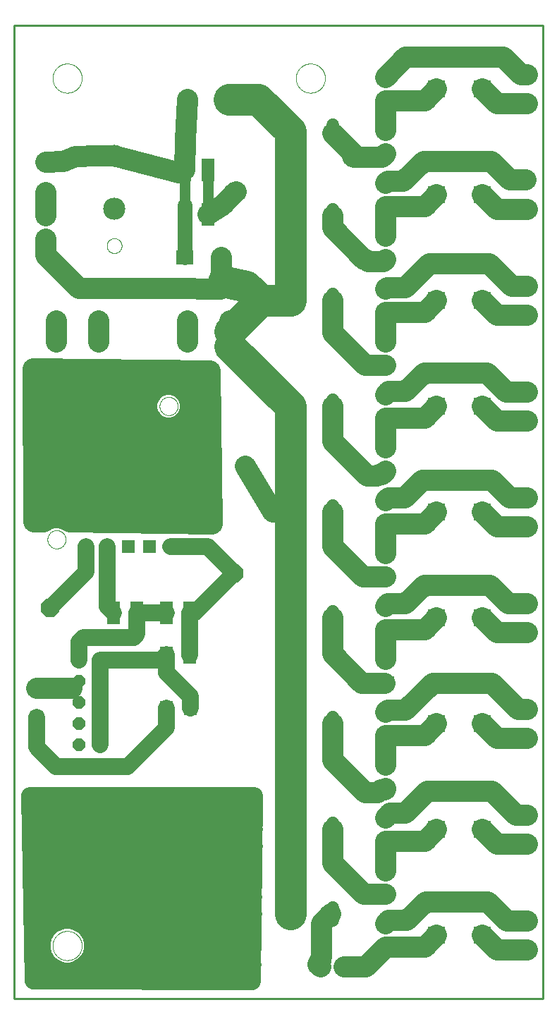
<source format=gtl>
G75*
%MOIN*%
%OFA0B0*%
%FSLAX25Y25*%
%IPPOS*%
%LPD*%
%AMOC8*
5,1,8,0,0,1.08239X$1,22.5*
%
%ADD10C,0.00000*%
%ADD11C,0.01000*%
%ADD12R,0.08200X0.07000*%
%ADD13R,0.06299X0.10630*%
%ADD14C,0.07600*%
%ADD15R,0.07600X0.07600*%
%ADD16R,0.05906X0.05906*%
%ADD17R,0.07098X0.06299*%
%ADD18OC8,0.08500*%
%ADD19C,0.06000*%
%ADD20R,0.08268X0.08268*%
%ADD21OC8,0.06000*%
%ADD22R,0.06299X0.07098*%
%ADD23C,0.05937*%
%ADD24R,0.05937X0.05937*%
%ADD25R,0.07874X0.06299*%
%ADD26R,0.06299X0.07874*%
%ADD27C,0.10000*%
%ADD28C,0.10500*%
%ADD29C,0.02000*%
%ADD30C,0.08000*%
%ADD31C,0.05000*%
%ADD32OC8,0.05906*%
%ADD33C,0.07000*%
%ADD34C,0.07500*%
%ADD35C,0.15000*%
D10*
X0019610Y0028269D02*
X0019612Y0028438D01*
X0019618Y0028607D01*
X0019629Y0028776D01*
X0019643Y0028944D01*
X0019662Y0029112D01*
X0019685Y0029280D01*
X0019711Y0029447D01*
X0019742Y0029613D01*
X0019777Y0029779D01*
X0019816Y0029943D01*
X0019860Y0030107D01*
X0019907Y0030269D01*
X0019958Y0030430D01*
X0020013Y0030590D01*
X0020072Y0030749D01*
X0020134Y0030906D01*
X0020201Y0031061D01*
X0020272Y0031215D01*
X0020346Y0031367D01*
X0020424Y0031517D01*
X0020505Y0031665D01*
X0020590Y0031811D01*
X0020679Y0031955D01*
X0020771Y0032097D01*
X0020867Y0032236D01*
X0020966Y0032373D01*
X0021068Y0032508D01*
X0021174Y0032640D01*
X0021283Y0032769D01*
X0021395Y0032896D01*
X0021510Y0033020D01*
X0021628Y0033141D01*
X0021749Y0033259D01*
X0021873Y0033374D01*
X0022000Y0033486D01*
X0022129Y0033595D01*
X0022261Y0033701D01*
X0022396Y0033803D01*
X0022533Y0033902D01*
X0022672Y0033998D01*
X0022814Y0034090D01*
X0022958Y0034179D01*
X0023104Y0034264D01*
X0023252Y0034345D01*
X0023402Y0034423D01*
X0023554Y0034497D01*
X0023708Y0034568D01*
X0023863Y0034635D01*
X0024020Y0034697D01*
X0024179Y0034756D01*
X0024339Y0034811D01*
X0024500Y0034862D01*
X0024662Y0034909D01*
X0024826Y0034953D01*
X0024990Y0034992D01*
X0025156Y0035027D01*
X0025322Y0035058D01*
X0025489Y0035084D01*
X0025657Y0035107D01*
X0025825Y0035126D01*
X0025993Y0035140D01*
X0026162Y0035151D01*
X0026331Y0035157D01*
X0026500Y0035159D01*
X0026669Y0035157D01*
X0026838Y0035151D01*
X0027007Y0035140D01*
X0027175Y0035126D01*
X0027343Y0035107D01*
X0027511Y0035084D01*
X0027678Y0035058D01*
X0027844Y0035027D01*
X0028010Y0034992D01*
X0028174Y0034953D01*
X0028338Y0034909D01*
X0028500Y0034862D01*
X0028661Y0034811D01*
X0028821Y0034756D01*
X0028980Y0034697D01*
X0029137Y0034635D01*
X0029292Y0034568D01*
X0029446Y0034497D01*
X0029598Y0034423D01*
X0029748Y0034345D01*
X0029896Y0034264D01*
X0030042Y0034179D01*
X0030186Y0034090D01*
X0030328Y0033998D01*
X0030467Y0033902D01*
X0030604Y0033803D01*
X0030739Y0033701D01*
X0030871Y0033595D01*
X0031000Y0033486D01*
X0031127Y0033374D01*
X0031251Y0033259D01*
X0031372Y0033141D01*
X0031490Y0033020D01*
X0031605Y0032896D01*
X0031717Y0032769D01*
X0031826Y0032640D01*
X0031932Y0032508D01*
X0032034Y0032373D01*
X0032133Y0032236D01*
X0032229Y0032097D01*
X0032321Y0031955D01*
X0032410Y0031811D01*
X0032495Y0031665D01*
X0032576Y0031517D01*
X0032654Y0031367D01*
X0032728Y0031215D01*
X0032799Y0031061D01*
X0032866Y0030906D01*
X0032928Y0030749D01*
X0032987Y0030590D01*
X0033042Y0030430D01*
X0033093Y0030269D01*
X0033140Y0030107D01*
X0033184Y0029943D01*
X0033223Y0029779D01*
X0033258Y0029613D01*
X0033289Y0029447D01*
X0033315Y0029280D01*
X0033338Y0029112D01*
X0033357Y0028944D01*
X0033371Y0028776D01*
X0033382Y0028607D01*
X0033388Y0028438D01*
X0033390Y0028269D01*
X0033388Y0028100D01*
X0033382Y0027931D01*
X0033371Y0027762D01*
X0033357Y0027594D01*
X0033338Y0027426D01*
X0033315Y0027258D01*
X0033289Y0027091D01*
X0033258Y0026925D01*
X0033223Y0026759D01*
X0033184Y0026595D01*
X0033140Y0026431D01*
X0033093Y0026269D01*
X0033042Y0026108D01*
X0032987Y0025948D01*
X0032928Y0025789D01*
X0032866Y0025632D01*
X0032799Y0025477D01*
X0032728Y0025323D01*
X0032654Y0025171D01*
X0032576Y0025021D01*
X0032495Y0024873D01*
X0032410Y0024727D01*
X0032321Y0024583D01*
X0032229Y0024441D01*
X0032133Y0024302D01*
X0032034Y0024165D01*
X0031932Y0024030D01*
X0031826Y0023898D01*
X0031717Y0023769D01*
X0031605Y0023642D01*
X0031490Y0023518D01*
X0031372Y0023397D01*
X0031251Y0023279D01*
X0031127Y0023164D01*
X0031000Y0023052D01*
X0030871Y0022943D01*
X0030739Y0022837D01*
X0030604Y0022735D01*
X0030467Y0022636D01*
X0030328Y0022540D01*
X0030186Y0022448D01*
X0030042Y0022359D01*
X0029896Y0022274D01*
X0029748Y0022193D01*
X0029598Y0022115D01*
X0029446Y0022041D01*
X0029292Y0021970D01*
X0029137Y0021903D01*
X0028980Y0021841D01*
X0028821Y0021782D01*
X0028661Y0021727D01*
X0028500Y0021676D01*
X0028338Y0021629D01*
X0028174Y0021585D01*
X0028010Y0021546D01*
X0027844Y0021511D01*
X0027678Y0021480D01*
X0027511Y0021454D01*
X0027343Y0021431D01*
X0027175Y0021412D01*
X0027007Y0021398D01*
X0026838Y0021387D01*
X0026669Y0021381D01*
X0026500Y0021379D01*
X0026331Y0021381D01*
X0026162Y0021387D01*
X0025993Y0021398D01*
X0025825Y0021412D01*
X0025657Y0021431D01*
X0025489Y0021454D01*
X0025322Y0021480D01*
X0025156Y0021511D01*
X0024990Y0021546D01*
X0024826Y0021585D01*
X0024662Y0021629D01*
X0024500Y0021676D01*
X0024339Y0021727D01*
X0024179Y0021782D01*
X0024020Y0021841D01*
X0023863Y0021903D01*
X0023708Y0021970D01*
X0023554Y0022041D01*
X0023402Y0022115D01*
X0023252Y0022193D01*
X0023104Y0022274D01*
X0022958Y0022359D01*
X0022814Y0022448D01*
X0022672Y0022540D01*
X0022533Y0022636D01*
X0022396Y0022735D01*
X0022261Y0022837D01*
X0022129Y0022943D01*
X0022000Y0023052D01*
X0021873Y0023164D01*
X0021749Y0023279D01*
X0021628Y0023397D01*
X0021510Y0023518D01*
X0021395Y0023642D01*
X0021283Y0023769D01*
X0021174Y0023898D01*
X0021068Y0024030D01*
X0020966Y0024165D01*
X0020867Y0024302D01*
X0020771Y0024441D01*
X0020679Y0024583D01*
X0020590Y0024727D01*
X0020505Y0024873D01*
X0020424Y0025021D01*
X0020346Y0025171D01*
X0020272Y0025323D01*
X0020201Y0025477D01*
X0020134Y0025632D01*
X0020072Y0025789D01*
X0020013Y0025948D01*
X0019958Y0026108D01*
X0019907Y0026269D01*
X0019860Y0026431D01*
X0019816Y0026595D01*
X0019777Y0026759D01*
X0019742Y0026925D01*
X0019711Y0027091D01*
X0019685Y0027258D01*
X0019662Y0027426D01*
X0019643Y0027594D01*
X0019629Y0027762D01*
X0019618Y0027931D01*
X0019612Y0028100D01*
X0019610Y0028269D01*
X0017165Y0220284D02*
X0017167Y0220415D01*
X0017173Y0220545D01*
X0017183Y0220675D01*
X0017197Y0220805D01*
X0017214Y0220934D01*
X0017236Y0221063D01*
X0017262Y0221191D01*
X0017291Y0221318D01*
X0017324Y0221444D01*
X0017362Y0221569D01*
X0017402Y0221693D01*
X0017447Y0221816D01*
X0017495Y0221937D01*
X0017547Y0222057D01*
X0017603Y0222175D01*
X0017662Y0222291D01*
X0017725Y0222406D01*
X0017791Y0222518D01*
X0017860Y0222629D01*
X0017933Y0222737D01*
X0018009Y0222843D01*
X0018089Y0222947D01*
X0018171Y0223048D01*
X0018256Y0223147D01*
X0018345Y0223243D01*
X0018436Y0223336D01*
X0018530Y0223427D01*
X0018627Y0223514D01*
X0018726Y0223599D01*
X0018828Y0223680D01*
X0018932Y0223759D01*
X0019039Y0223834D01*
X0019148Y0223906D01*
X0019259Y0223975D01*
X0019372Y0224040D01*
X0019487Y0224102D01*
X0019604Y0224160D01*
X0019722Y0224215D01*
X0019842Y0224266D01*
X0019964Y0224313D01*
X0020087Y0224357D01*
X0020211Y0224397D01*
X0020336Y0224433D01*
X0020463Y0224466D01*
X0020590Y0224494D01*
X0020718Y0224519D01*
X0020847Y0224539D01*
X0020977Y0224556D01*
X0021106Y0224569D01*
X0021237Y0224578D01*
X0021367Y0224583D01*
X0021498Y0224584D01*
X0021628Y0224581D01*
X0021758Y0224574D01*
X0021889Y0224563D01*
X0022018Y0224548D01*
X0022147Y0224530D01*
X0022276Y0224507D01*
X0022404Y0224480D01*
X0022531Y0224450D01*
X0022657Y0224416D01*
X0022781Y0224378D01*
X0022905Y0224336D01*
X0023027Y0224290D01*
X0023148Y0224241D01*
X0023267Y0224188D01*
X0023385Y0224131D01*
X0023501Y0224071D01*
X0023615Y0224008D01*
X0023727Y0223941D01*
X0023837Y0223871D01*
X0023945Y0223797D01*
X0024050Y0223720D01*
X0024153Y0223640D01*
X0024254Y0223557D01*
X0024352Y0223471D01*
X0024447Y0223382D01*
X0024540Y0223290D01*
X0024630Y0223195D01*
X0024717Y0223098D01*
X0024801Y0222998D01*
X0024881Y0222895D01*
X0024959Y0222790D01*
X0025034Y0222683D01*
X0025105Y0222574D01*
X0025172Y0222462D01*
X0025237Y0222349D01*
X0025298Y0222233D01*
X0025355Y0222116D01*
X0025409Y0221997D01*
X0025459Y0221877D01*
X0025506Y0221755D01*
X0025548Y0221631D01*
X0025587Y0221507D01*
X0025623Y0221381D01*
X0025654Y0221254D01*
X0025682Y0221127D01*
X0025705Y0220999D01*
X0025725Y0220870D01*
X0025741Y0220740D01*
X0025753Y0220610D01*
X0025761Y0220480D01*
X0025765Y0220349D01*
X0025765Y0220219D01*
X0025761Y0220088D01*
X0025753Y0219958D01*
X0025741Y0219828D01*
X0025725Y0219698D01*
X0025705Y0219569D01*
X0025682Y0219441D01*
X0025654Y0219314D01*
X0025623Y0219187D01*
X0025587Y0219061D01*
X0025548Y0218937D01*
X0025506Y0218813D01*
X0025459Y0218691D01*
X0025409Y0218571D01*
X0025355Y0218452D01*
X0025298Y0218335D01*
X0025237Y0218219D01*
X0025172Y0218106D01*
X0025105Y0217994D01*
X0025034Y0217885D01*
X0024959Y0217778D01*
X0024881Y0217673D01*
X0024801Y0217570D01*
X0024717Y0217470D01*
X0024630Y0217373D01*
X0024540Y0217278D01*
X0024447Y0217186D01*
X0024352Y0217097D01*
X0024254Y0217011D01*
X0024153Y0216928D01*
X0024050Y0216848D01*
X0023945Y0216771D01*
X0023837Y0216697D01*
X0023727Y0216627D01*
X0023615Y0216560D01*
X0023501Y0216497D01*
X0023385Y0216437D01*
X0023267Y0216380D01*
X0023148Y0216327D01*
X0023027Y0216278D01*
X0022905Y0216232D01*
X0022781Y0216190D01*
X0022657Y0216152D01*
X0022531Y0216118D01*
X0022404Y0216088D01*
X0022276Y0216061D01*
X0022147Y0216038D01*
X0022018Y0216020D01*
X0021889Y0216005D01*
X0021758Y0215994D01*
X0021628Y0215987D01*
X0021498Y0215984D01*
X0021367Y0215985D01*
X0021237Y0215990D01*
X0021106Y0215999D01*
X0020977Y0216012D01*
X0020847Y0216029D01*
X0020718Y0216049D01*
X0020590Y0216074D01*
X0020463Y0216102D01*
X0020336Y0216135D01*
X0020211Y0216171D01*
X0020087Y0216211D01*
X0019964Y0216255D01*
X0019842Y0216302D01*
X0019722Y0216353D01*
X0019604Y0216408D01*
X0019487Y0216466D01*
X0019372Y0216528D01*
X0019259Y0216593D01*
X0019148Y0216662D01*
X0019039Y0216734D01*
X0018932Y0216809D01*
X0018828Y0216888D01*
X0018726Y0216969D01*
X0018627Y0217054D01*
X0018530Y0217141D01*
X0018436Y0217232D01*
X0018345Y0217325D01*
X0018256Y0217421D01*
X0018171Y0217520D01*
X0018089Y0217621D01*
X0018009Y0217725D01*
X0017933Y0217831D01*
X0017860Y0217939D01*
X0017791Y0218050D01*
X0017725Y0218162D01*
X0017662Y0218277D01*
X0017603Y0218393D01*
X0017547Y0218511D01*
X0017495Y0218631D01*
X0017447Y0218752D01*
X0017402Y0218875D01*
X0017362Y0218999D01*
X0017324Y0219124D01*
X0017291Y0219250D01*
X0017262Y0219377D01*
X0017236Y0219505D01*
X0017214Y0219634D01*
X0017197Y0219763D01*
X0017183Y0219893D01*
X0017173Y0220023D01*
X0017167Y0220153D01*
X0017165Y0220284D01*
X0070165Y0283284D02*
X0070167Y0283415D01*
X0070173Y0283545D01*
X0070183Y0283675D01*
X0070197Y0283805D01*
X0070214Y0283934D01*
X0070236Y0284063D01*
X0070262Y0284191D01*
X0070291Y0284318D01*
X0070324Y0284444D01*
X0070362Y0284569D01*
X0070402Y0284693D01*
X0070447Y0284816D01*
X0070495Y0284937D01*
X0070547Y0285057D01*
X0070603Y0285175D01*
X0070662Y0285291D01*
X0070725Y0285406D01*
X0070791Y0285518D01*
X0070860Y0285629D01*
X0070933Y0285737D01*
X0071009Y0285843D01*
X0071089Y0285947D01*
X0071171Y0286048D01*
X0071256Y0286147D01*
X0071345Y0286243D01*
X0071436Y0286336D01*
X0071530Y0286427D01*
X0071627Y0286514D01*
X0071726Y0286599D01*
X0071828Y0286680D01*
X0071932Y0286759D01*
X0072039Y0286834D01*
X0072148Y0286906D01*
X0072259Y0286975D01*
X0072372Y0287040D01*
X0072487Y0287102D01*
X0072604Y0287160D01*
X0072722Y0287215D01*
X0072842Y0287266D01*
X0072964Y0287313D01*
X0073087Y0287357D01*
X0073211Y0287397D01*
X0073336Y0287433D01*
X0073463Y0287466D01*
X0073590Y0287494D01*
X0073718Y0287519D01*
X0073847Y0287539D01*
X0073977Y0287556D01*
X0074106Y0287569D01*
X0074237Y0287578D01*
X0074367Y0287583D01*
X0074498Y0287584D01*
X0074628Y0287581D01*
X0074758Y0287574D01*
X0074889Y0287563D01*
X0075018Y0287548D01*
X0075147Y0287530D01*
X0075276Y0287507D01*
X0075404Y0287480D01*
X0075531Y0287450D01*
X0075657Y0287416D01*
X0075781Y0287378D01*
X0075905Y0287336D01*
X0076027Y0287290D01*
X0076148Y0287241D01*
X0076267Y0287188D01*
X0076385Y0287131D01*
X0076501Y0287071D01*
X0076615Y0287008D01*
X0076727Y0286941D01*
X0076837Y0286871D01*
X0076945Y0286797D01*
X0077050Y0286720D01*
X0077153Y0286640D01*
X0077254Y0286557D01*
X0077352Y0286471D01*
X0077447Y0286382D01*
X0077540Y0286290D01*
X0077630Y0286195D01*
X0077717Y0286098D01*
X0077801Y0285998D01*
X0077881Y0285895D01*
X0077959Y0285790D01*
X0078034Y0285683D01*
X0078105Y0285574D01*
X0078172Y0285462D01*
X0078237Y0285349D01*
X0078298Y0285233D01*
X0078355Y0285116D01*
X0078409Y0284997D01*
X0078459Y0284877D01*
X0078506Y0284755D01*
X0078548Y0284631D01*
X0078587Y0284507D01*
X0078623Y0284381D01*
X0078654Y0284254D01*
X0078682Y0284127D01*
X0078705Y0283999D01*
X0078725Y0283870D01*
X0078741Y0283740D01*
X0078753Y0283610D01*
X0078761Y0283480D01*
X0078765Y0283349D01*
X0078765Y0283219D01*
X0078761Y0283088D01*
X0078753Y0282958D01*
X0078741Y0282828D01*
X0078725Y0282698D01*
X0078705Y0282569D01*
X0078682Y0282441D01*
X0078654Y0282314D01*
X0078623Y0282187D01*
X0078587Y0282061D01*
X0078548Y0281937D01*
X0078506Y0281813D01*
X0078459Y0281691D01*
X0078409Y0281571D01*
X0078355Y0281452D01*
X0078298Y0281335D01*
X0078237Y0281219D01*
X0078172Y0281106D01*
X0078105Y0280994D01*
X0078034Y0280885D01*
X0077959Y0280778D01*
X0077881Y0280673D01*
X0077801Y0280570D01*
X0077717Y0280470D01*
X0077630Y0280373D01*
X0077540Y0280278D01*
X0077447Y0280186D01*
X0077352Y0280097D01*
X0077254Y0280011D01*
X0077153Y0279928D01*
X0077050Y0279848D01*
X0076945Y0279771D01*
X0076837Y0279697D01*
X0076727Y0279627D01*
X0076615Y0279560D01*
X0076501Y0279497D01*
X0076385Y0279437D01*
X0076267Y0279380D01*
X0076148Y0279327D01*
X0076027Y0279278D01*
X0075905Y0279232D01*
X0075781Y0279190D01*
X0075657Y0279152D01*
X0075531Y0279118D01*
X0075404Y0279088D01*
X0075276Y0279061D01*
X0075147Y0279038D01*
X0075018Y0279020D01*
X0074889Y0279005D01*
X0074758Y0278994D01*
X0074628Y0278987D01*
X0074498Y0278984D01*
X0074367Y0278985D01*
X0074237Y0278990D01*
X0074106Y0278999D01*
X0073977Y0279012D01*
X0073847Y0279029D01*
X0073718Y0279049D01*
X0073590Y0279074D01*
X0073463Y0279102D01*
X0073336Y0279135D01*
X0073211Y0279171D01*
X0073087Y0279211D01*
X0072964Y0279255D01*
X0072842Y0279302D01*
X0072722Y0279353D01*
X0072604Y0279408D01*
X0072487Y0279466D01*
X0072372Y0279528D01*
X0072259Y0279593D01*
X0072148Y0279662D01*
X0072039Y0279734D01*
X0071932Y0279809D01*
X0071828Y0279888D01*
X0071726Y0279969D01*
X0071627Y0280054D01*
X0071530Y0280141D01*
X0071436Y0280232D01*
X0071345Y0280325D01*
X0071256Y0280421D01*
X0071171Y0280520D01*
X0071089Y0280621D01*
X0071009Y0280725D01*
X0070933Y0280831D01*
X0070860Y0280939D01*
X0070791Y0281050D01*
X0070725Y0281162D01*
X0070662Y0281277D01*
X0070603Y0281393D01*
X0070547Y0281511D01*
X0070495Y0281631D01*
X0070447Y0281752D01*
X0070402Y0281875D01*
X0070362Y0281999D01*
X0070324Y0282124D01*
X0070291Y0282250D01*
X0070262Y0282377D01*
X0070236Y0282505D01*
X0070214Y0282634D01*
X0070197Y0282763D01*
X0070183Y0282893D01*
X0070173Y0283023D01*
X0070167Y0283153D01*
X0070165Y0283284D01*
X0045244Y0359095D02*
X0045246Y0359213D01*
X0045252Y0359331D01*
X0045262Y0359449D01*
X0045276Y0359566D01*
X0045294Y0359683D01*
X0045316Y0359800D01*
X0045341Y0359915D01*
X0045371Y0360029D01*
X0045405Y0360143D01*
X0045442Y0360255D01*
X0045483Y0360366D01*
X0045528Y0360475D01*
X0045576Y0360583D01*
X0045628Y0360689D01*
X0045684Y0360794D01*
X0045743Y0360896D01*
X0045805Y0360996D01*
X0045871Y0361094D01*
X0045940Y0361190D01*
X0046013Y0361284D01*
X0046088Y0361375D01*
X0046167Y0361463D01*
X0046248Y0361549D01*
X0046333Y0361632D01*
X0046420Y0361712D01*
X0046509Y0361789D01*
X0046602Y0361863D01*
X0046696Y0361933D01*
X0046793Y0362001D01*
X0046893Y0362065D01*
X0046994Y0362126D01*
X0047097Y0362183D01*
X0047203Y0362237D01*
X0047310Y0362288D01*
X0047418Y0362334D01*
X0047528Y0362377D01*
X0047640Y0362416D01*
X0047753Y0362452D01*
X0047867Y0362483D01*
X0047982Y0362511D01*
X0048097Y0362535D01*
X0048214Y0362555D01*
X0048331Y0362571D01*
X0048449Y0362583D01*
X0048567Y0362591D01*
X0048685Y0362595D01*
X0048803Y0362595D01*
X0048921Y0362591D01*
X0049039Y0362583D01*
X0049157Y0362571D01*
X0049274Y0362555D01*
X0049391Y0362535D01*
X0049506Y0362511D01*
X0049621Y0362483D01*
X0049735Y0362452D01*
X0049848Y0362416D01*
X0049960Y0362377D01*
X0050070Y0362334D01*
X0050178Y0362288D01*
X0050285Y0362237D01*
X0050391Y0362183D01*
X0050494Y0362126D01*
X0050595Y0362065D01*
X0050695Y0362001D01*
X0050792Y0361933D01*
X0050886Y0361863D01*
X0050979Y0361789D01*
X0051068Y0361712D01*
X0051155Y0361632D01*
X0051240Y0361549D01*
X0051321Y0361463D01*
X0051400Y0361375D01*
X0051475Y0361284D01*
X0051548Y0361190D01*
X0051617Y0361094D01*
X0051683Y0360996D01*
X0051745Y0360896D01*
X0051804Y0360794D01*
X0051860Y0360689D01*
X0051912Y0360583D01*
X0051960Y0360475D01*
X0052005Y0360366D01*
X0052046Y0360255D01*
X0052083Y0360143D01*
X0052117Y0360029D01*
X0052147Y0359915D01*
X0052172Y0359800D01*
X0052194Y0359683D01*
X0052212Y0359566D01*
X0052226Y0359449D01*
X0052236Y0359331D01*
X0052242Y0359213D01*
X0052244Y0359095D01*
X0052242Y0358977D01*
X0052236Y0358859D01*
X0052226Y0358741D01*
X0052212Y0358624D01*
X0052194Y0358507D01*
X0052172Y0358390D01*
X0052147Y0358275D01*
X0052117Y0358161D01*
X0052083Y0358047D01*
X0052046Y0357935D01*
X0052005Y0357824D01*
X0051960Y0357715D01*
X0051912Y0357607D01*
X0051860Y0357501D01*
X0051804Y0357396D01*
X0051745Y0357294D01*
X0051683Y0357194D01*
X0051617Y0357096D01*
X0051548Y0357000D01*
X0051475Y0356906D01*
X0051400Y0356815D01*
X0051321Y0356727D01*
X0051240Y0356641D01*
X0051155Y0356558D01*
X0051068Y0356478D01*
X0050979Y0356401D01*
X0050886Y0356327D01*
X0050792Y0356257D01*
X0050695Y0356189D01*
X0050595Y0356125D01*
X0050494Y0356064D01*
X0050391Y0356007D01*
X0050285Y0355953D01*
X0050178Y0355902D01*
X0050070Y0355856D01*
X0049960Y0355813D01*
X0049848Y0355774D01*
X0049735Y0355738D01*
X0049621Y0355707D01*
X0049506Y0355679D01*
X0049391Y0355655D01*
X0049274Y0355635D01*
X0049157Y0355619D01*
X0049039Y0355607D01*
X0048921Y0355599D01*
X0048803Y0355595D01*
X0048685Y0355595D01*
X0048567Y0355599D01*
X0048449Y0355607D01*
X0048331Y0355619D01*
X0048214Y0355635D01*
X0048097Y0355655D01*
X0047982Y0355679D01*
X0047867Y0355707D01*
X0047753Y0355738D01*
X0047640Y0355774D01*
X0047528Y0355813D01*
X0047418Y0355856D01*
X0047310Y0355902D01*
X0047203Y0355953D01*
X0047097Y0356007D01*
X0046994Y0356064D01*
X0046893Y0356125D01*
X0046793Y0356189D01*
X0046696Y0356257D01*
X0046602Y0356327D01*
X0046509Y0356401D01*
X0046420Y0356478D01*
X0046333Y0356558D01*
X0046248Y0356641D01*
X0046167Y0356727D01*
X0046088Y0356815D01*
X0046013Y0356906D01*
X0045940Y0357000D01*
X0045871Y0357096D01*
X0045805Y0357194D01*
X0045743Y0357294D01*
X0045684Y0357396D01*
X0045628Y0357501D01*
X0045576Y0357607D01*
X0045528Y0357715D01*
X0045483Y0357824D01*
X0045442Y0357935D01*
X0045405Y0358047D01*
X0045371Y0358161D01*
X0045341Y0358275D01*
X0045316Y0358390D01*
X0045294Y0358507D01*
X0045276Y0358624D01*
X0045262Y0358741D01*
X0045252Y0358859D01*
X0045246Y0358977D01*
X0045244Y0359095D01*
X0019610Y0438269D02*
X0019612Y0438438D01*
X0019618Y0438607D01*
X0019629Y0438776D01*
X0019643Y0438944D01*
X0019662Y0439112D01*
X0019685Y0439280D01*
X0019711Y0439447D01*
X0019742Y0439613D01*
X0019777Y0439779D01*
X0019816Y0439943D01*
X0019860Y0440107D01*
X0019907Y0440269D01*
X0019958Y0440430D01*
X0020013Y0440590D01*
X0020072Y0440749D01*
X0020134Y0440906D01*
X0020201Y0441061D01*
X0020272Y0441215D01*
X0020346Y0441367D01*
X0020424Y0441517D01*
X0020505Y0441665D01*
X0020590Y0441811D01*
X0020679Y0441955D01*
X0020771Y0442097D01*
X0020867Y0442236D01*
X0020966Y0442373D01*
X0021068Y0442508D01*
X0021174Y0442640D01*
X0021283Y0442769D01*
X0021395Y0442896D01*
X0021510Y0443020D01*
X0021628Y0443141D01*
X0021749Y0443259D01*
X0021873Y0443374D01*
X0022000Y0443486D01*
X0022129Y0443595D01*
X0022261Y0443701D01*
X0022396Y0443803D01*
X0022533Y0443902D01*
X0022672Y0443998D01*
X0022814Y0444090D01*
X0022958Y0444179D01*
X0023104Y0444264D01*
X0023252Y0444345D01*
X0023402Y0444423D01*
X0023554Y0444497D01*
X0023708Y0444568D01*
X0023863Y0444635D01*
X0024020Y0444697D01*
X0024179Y0444756D01*
X0024339Y0444811D01*
X0024500Y0444862D01*
X0024662Y0444909D01*
X0024826Y0444953D01*
X0024990Y0444992D01*
X0025156Y0445027D01*
X0025322Y0445058D01*
X0025489Y0445084D01*
X0025657Y0445107D01*
X0025825Y0445126D01*
X0025993Y0445140D01*
X0026162Y0445151D01*
X0026331Y0445157D01*
X0026500Y0445159D01*
X0026669Y0445157D01*
X0026838Y0445151D01*
X0027007Y0445140D01*
X0027175Y0445126D01*
X0027343Y0445107D01*
X0027511Y0445084D01*
X0027678Y0445058D01*
X0027844Y0445027D01*
X0028010Y0444992D01*
X0028174Y0444953D01*
X0028338Y0444909D01*
X0028500Y0444862D01*
X0028661Y0444811D01*
X0028821Y0444756D01*
X0028980Y0444697D01*
X0029137Y0444635D01*
X0029292Y0444568D01*
X0029446Y0444497D01*
X0029598Y0444423D01*
X0029748Y0444345D01*
X0029896Y0444264D01*
X0030042Y0444179D01*
X0030186Y0444090D01*
X0030328Y0443998D01*
X0030467Y0443902D01*
X0030604Y0443803D01*
X0030739Y0443701D01*
X0030871Y0443595D01*
X0031000Y0443486D01*
X0031127Y0443374D01*
X0031251Y0443259D01*
X0031372Y0443141D01*
X0031490Y0443020D01*
X0031605Y0442896D01*
X0031717Y0442769D01*
X0031826Y0442640D01*
X0031932Y0442508D01*
X0032034Y0442373D01*
X0032133Y0442236D01*
X0032229Y0442097D01*
X0032321Y0441955D01*
X0032410Y0441811D01*
X0032495Y0441665D01*
X0032576Y0441517D01*
X0032654Y0441367D01*
X0032728Y0441215D01*
X0032799Y0441061D01*
X0032866Y0440906D01*
X0032928Y0440749D01*
X0032987Y0440590D01*
X0033042Y0440430D01*
X0033093Y0440269D01*
X0033140Y0440107D01*
X0033184Y0439943D01*
X0033223Y0439779D01*
X0033258Y0439613D01*
X0033289Y0439447D01*
X0033315Y0439280D01*
X0033338Y0439112D01*
X0033357Y0438944D01*
X0033371Y0438776D01*
X0033382Y0438607D01*
X0033388Y0438438D01*
X0033390Y0438269D01*
X0033388Y0438100D01*
X0033382Y0437931D01*
X0033371Y0437762D01*
X0033357Y0437594D01*
X0033338Y0437426D01*
X0033315Y0437258D01*
X0033289Y0437091D01*
X0033258Y0436925D01*
X0033223Y0436759D01*
X0033184Y0436595D01*
X0033140Y0436431D01*
X0033093Y0436269D01*
X0033042Y0436108D01*
X0032987Y0435948D01*
X0032928Y0435789D01*
X0032866Y0435632D01*
X0032799Y0435477D01*
X0032728Y0435323D01*
X0032654Y0435171D01*
X0032576Y0435021D01*
X0032495Y0434873D01*
X0032410Y0434727D01*
X0032321Y0434583D01*
X0032229Y0434441D01*
X0032133Y0434302D01*
X0032034Y0434165D01*
X0031932Y0434030D01*
X0031826Y0433898D01*
X0031717Y0433769D01*
X0031605Y0433642D01*
X0031490Y0433518D01*
X0031372Y0433397D01*
X0031251Y0433279D01*
X0031127Y0433164D01*
X0031000Y0433052D01*
X0030871Y0432943D01*
X0030739Y0432837D01*
X0030604Y0432735D01*
X0030467Y0432636D01*
X0030328Y0432540D01*
X0030186Y0432448D01*
X0030042Y0432359D01*
X0029896Y0432274D01*
X0029748Y0432193D01*
X0029598Y0432115D01*
X0029446Y0432041D01*
X0029292Y0431970D01*
X0029137Y0431903D01*
X0028980Y0431841D01*
X0028821Y0431782D01*
X0028661Y0431727D01*
X0028500Y0431676D01*
X0028338Y0431629D01*
X0028174Y0431585D01*
X0028010Y0431546D01*
X0027844Y0431511D01*
X0027678Y0431480D01*
X0027511Y0431454D01*
X0027343Y0431431D01*
X0027175Y0431412D01*
X0027007Y0431398D01*
X0026838Y0431387D01*
X0026669Y0431381D01*
X0026500Y0431379D01*
X0026331Y0431381D01*
X0026162Y0431387D01*
X0025993Y0431398D01*
X0025825Y0431412D01*
X0025657Y0431431D01*
X0025489Y0431454D01*
X0025322Y0431480D01*
X0025156Y0431511D01*
X0024990Y0431546D01*
X0024826Y0431585D01*
X0024662Y0431629D01*
X0024500Y0431676D01*
X0024339Y0431727D01*
X0024179Y0431782D01*
X0024020Y0431841D01*
X0023863Y0431903D01*
X0023708Y0431970D01*
X0023554Y0432041D01*
X0023402Y0432115D01*
X0023252Y0432193D01*
X0023104Y0432274D01*
X0022958Y0432359D01*
X0022814Y0432448D01*
X0022672Y0432540D01*
X0022533Y0432636D01*
X0022396Y0432735D01*
X0022261Y0432837D01*
X0022129Y0432943D01*
X0022000Y0433052D01*
X0021873Y0433164D01*
X0021749Y0433279D01*
X0021628Y0433397D01*
X0021510Y0433518D01*
X0021395Y0433642D01*
X0021283Y0433769D01*
X0021174Y0433898D01*
X0021068Y0434030D01*
X0020966Y0434165D01*
X0020867Y0434302D01*
X0020771Y0434441D01*
X0020679Y0434583D01*
X0020590Y0434727D01*
X0020505Y0434873D01*
X0020424Y0435021D01*
X0020346Y0435171D01*
X0020272Y0435323D01*
X0020201Y0435477D01*
X0020134Y0435632D01*
X0020072Y0435789D01*
X0020013Y0435948D01*
X0019958Y0436108D01*
X0019907Y0436269D01*
X0019860Y0436431D01*
X0019816Y0436595D01*
X0019777Y0436759D01*
X0019742Y0436925D01*
X0019711Y0437091D01*
X0019685Y0437258D01*
X0019662Y0437426D01*
X0019643Y0437594D01*
X0019629Y0437762D01*
X0019618Y0437931D01*
X0019612Y0438100D01*
X0019610Y0438269D01*
X0134610Y0438269D02*
X0134612Y0438438D01*
X0134618Y0438607D01*
X0134629Y0438776D01*
X0134643Y0438944D01*
X0134662Y0439112D01*
X0134685Y0439280D01*
X0134711Y0439447D01*
X0134742Y0439613D01*
X0134777Y0439779D01*
X0134816Y0439943D01*
X0134860Y0440107D01*
X0134907Y0440269D01*
X0134958Y0440430D01*
X0135013Y0440590D01*
X0135072Y0440749D01*
X0135134Y0440906D01*
X0135201Y0441061D01*
X0135272Y0441215D01*
X0135346Y0441367D01*
X0135424Y0441517D01*
X0135505Y0441665D01*
X0135590Y0441811D01*
X0135679Y0441955D01*
X0135771Y0442097D01*
X0135867Y0442236D01*
X0135966Y0442373D01*
X0136068Y0442508D01*
X0136174Y0442640D01*
X0136283Y0442769D01*
X0136395Y0442896D01*
X0136510Y0443020D01*
X0136628Y0443141D01*
X0136749Y0443259D01*
X0136873Y0443374D01*
X0137000Y0443486D01*
X0137129Y0443595D01*
X0137261Y0443701D01*
X0137396Y0443803D01*
X0137533Y0443902D01*
X0137672Y0443998D01*
X0137814Y0444090D01*
X0137958Y0444179D01*
X0138104Y0444264D01*
X0138252Y0444345D01*
X0138402Y0444423D01*
X0138554Y0444497D01*
X0138708Y0444568D01*
X0138863Y0444635D01*
X0139020Y0444697D01*
X0139179Y0444756D01*
X0139339Y0444811D01*
X0139500Y0444862D01*
X0139662Y0444909D01*
X0139826Y0444953D01*
X0139990Y0444992D01*
X0140156Y0445027D01*
X0140322Y0445058D01*
X0140489Y0445084D01*
X0140657Y0445107D01*
X0140825Y0445126D01*
X0140993Y0445140D01*
X0141162Y0445151D01*
X0141331Y0445157D01*
X0141500Y0445159D01*
X0141669Y0445157D01*
X0141838Y0445151D01*
X0142007Y0445140D01*
X0142175Y0445126D01*
X0142343Y0445107D01*
X0142511Y0445084D01*
X0142678Y0445058D01*
X0142844Y0445027D01*
X0143010Y0444992D01*
X0143174Y0444953D01*
X0143338Y0444909D01*
X0143500Y0444862D01*
X0143661Y0444811D01*
X0143821Y0444756D01*
X0143980Y0444697D01*
X0144137Y0444635D01*
X0144292Y0444568D01*
X0144446Y0444497D01*
X0144598Y0444423D01*
X0144748Y0444345D01*
X0144896Y0444264D01*
X0145042Y0444179D01*
X0145186Y0444090D01*
X0145328Y0443998D01*
X0145467Y0443902D01*
X0145604Y0443803D01*
X0145739Y0443701D01*
X0145871Y0443595D01*
X0146000Y0443486D01*
X0146127Y0443374D01*
X0146251Y0443259D01*
X0146372Y0443141D01*
X0146490Y0443020D01*
X0146605Y0442896D01*
X0146717Y0442769D01*
X0146826Y0442640D01*
X0146932Y0442508D01*
X0147034Y0442373D01*
X0147133Y0442236D01*
X0147229Y0442097D01*
X0147321Y0441955D01*
X0147410Y0441811D01*
X0147495Y0441665D01*
X0147576Y0441517D01*
X0147654Y0441367D01*
X0147728Y0441215D01*
X0147799Y0441061D01*
X0147866Y0440906D01*
X0147928Y0440749D01*
X0147987Y0440590D01*
X0148042Y0440430D01*
X0148093Y0440269D01*
X0148140Y0440107D01*
X0148184Y0439943D01*
X0148223Y0439779D01*
X0148258Y0439613D01*
X0148289Y0439447D01*
X0148315Y0439280D01*
X0148338Y0439112D01*
X0148357Y0438944D01*
X0148371Y0438776D01*
X0148382Y0438607D01*
X0148388Y0438438D01*
X0148390Y0438269D01*
X0148388Y0438100D01*
X0148382Y0437931D01*
X0148371Y0437762D01*
X0148357Y0437594D01*
X0148338Y0437426D01*
X0148315Y0437258D01*
X0148289Y0437091D01*
X0148258Y0436925D01*
X0148223Y0436759D01*
X0148184Y0436595D01*
X0148140Y0436431D01*
X0148093Y0436269D01*
X0148042Y0436108D01*
X0147987Y0435948D01*
X0147928Y0435789D01*
X0147866Y0435632D01*
X0147799Y0435477D01*
X0147728Y0435323D01*
X0147654Y0435171D01*
X0147576Y0435021D01*
X0147495Y0434873D01*
X0147410Y0434727D01*
X0147321Y0434583D01*
X0147229Y0434441D01*
X0147133Y0434302D01*
X0147034Y0434165D01*
X0146932Y0434030D01*
X0146826Y0433898D01*
X0146717Y0433769D01*
X0146605Y0433642D01*
X0146490Y0433518D01*
X0146372Y0433397D01*
X0146251Y0433279D01*
X0146127Y0433164D01*
X0146000Y0433052D01*
X0145871Y0432943D01*
X0145739Y0432837D01*
X0145604Y0432735D01*
X0145467Y0432636D01*
X0145328Y0432540D01*
X0145186Y0432448D01*
X0145042Y0432359D01*
X0144896Y0432274D01*
X0144748Y0432193D01*
X0144598Y0432115D01*
X0144446Y0432041D01*
X0144292Y0431970D01*
X0144137Y0431903D01*
X0143980Y0431841D01*
X0143821Y0431782D01*
X0143661Y0431727D01*
X0143500Y0431676D01*
X0143338Y0431629D01*
X0143174Y0431585D01*
X0143010Y0431546D01*
X0142844Y0431511D01*
X0142678Y0431480D01*
X0142511Y0431454D01*
X0142343Y0431431D01*
X0142175Y0431412D01*
X0142007Y0431398D01*
X0141838Y0431387D01*
X0141669Y0431381D01*
X0141500Y0431379D01*
X0141331Y0431381D01*
X0141162Y0431387D01*
X0140993Y0431398D01*
X0140825Y0431412D01*
X0140657Y0431431D01*
X0140489Y0431454D01*
X0140322Y0431480D01*
X0140156Y0431511D01*
X0139990Y0431546D01*
X0139826Y0431585D01*
X0139662Y0431629D01*
X0139500Y0431676D01*
X0139339Y0431727D01*
X0139179Y0431782D01*
X0139020Y0431841D01*
X0138863Y0431903D01*
X0138708Y0431970D01*
X0138554Y0432041D01*
X0138402Y0432115D01*
X0138252Y0432193D01*
X0138104Y0432274D01*
X0137958Y0432359D01*
X0137814Y0432448D01*
X0137672Y0432540D01*
X0137533Y0432636D01*
X0137396Y0432735D01*
X0137261Y0432837D01*
X0137129Y0432943D01*
X0137000Y0433052D01*
X0136873Y0433164D01*
X0136749Y0433279D01*
X0136628Y0433397D01*
X0136510Y0433518D01*
X0136395Y0433642D01*
X0136283Y0433769D01*
X0136174Y0433898D01*
X0136068Y0434030D01*
X0135966Y0434165D01*
X0135867Y0434302D01*
X0135771Y0434441D01*
X0135679Y0434583D01*
X0135590Y0434727D01*
X0135505Y0434873D01*
X0135424Y0435021D01*
X0135346Y0435171D01*
X0135272Y0435323D01*
X0135201Y0435477D01*
X0135134Y0435632D01*
X0135072Y0435789D01*
X0135013Y0435948D01*
X0134958Y0436108D01*
X0134907Y0436269D01*
X0134860Y0436431D01*
X0134816Y0436595D01*
X0134777Y0436759D01*
X0134742Y0436925D01*
X0134711Y0437091D01*
X0134685Y0437258D01*
X0134662Y0437426D01*
X0134643Y0437594D01*
X0134629Y0437762D01*
X0134618Y0437931D01*
X0134612Y0438100D01*
X0134610Y0438269D01*
D11*
X0001500Y0463269D02*
X0001500Y0003269D01*
X0251500Y0003269D01*
X0251500Y0463269D01*
X0001500Y0463269D01*
D12*
X0082034Y0353662D03*
X0099234Y0353662D03*
D13*
X0093134Y0373839D03*
X0082110Y0373839D03*
X0082051Y0394784D03*
X0093075Y0394784D03*
X0084472Y0185650D03*
X0073449Y0185650D03*
X0059472Y0185650D03*
X0048449Y0185650D03*
D14*
X0083252Y0428406D03*
D15*
X0102937Y0428406D03*
D16*
X0016555Y0398591D03*
X0016555Y0384812D03*
X0011992Y0149981D03*
X0011992Y0136202D03*
X0243992Y0139981D03*
X0243992Y0126202D03*
X0243992Y0089981D03*
X0243992Y0076202D03*
X0243992Y0039981D03*
X0243992Y0026202D03*
X0243992Y0176202D03*
X0243992Y0189981D03*
X0243992Y0226202D03*
X0243992Y0239981D03*
X0243992Y0276202D03*
X0243992Y0289981D03*
X0243992Y0326202D03*
X0243992Y0339981D03*
X0243992Y0376202D03*
X0243992Y0389981D03*
X0243992Y0426202D03*
X0243992Y0439981D03*
D17*
X0176992Y0438690D03*
X0176992Y0427493D03*
X0176992Y0388690D03*
X0176992Y0377493D03*
X0176992Y0338690D03*
X0176992Y0327493D03*
X0176992Y0288690D03*
X0176992Y0277493D03*
X0176992Y0238690D03*
X0176992Y0227493D03*
X0176992Y0188690D03*
X0176992Y0177493D03*
X0176992Y0138690D03*
X0176992Y0127493D03*
X0176992Y0088690D03*
X0176992Y0077493D03*
X0176992Y0038690D03*
X0176992Y0027493D03*
X0016315Y0362206D03*
X0016315Y0373402D03*
D18*
X0110768Y0255040D03*
X0105421Y0204312D03*
X0018433Y0187871D03*
D19*
X0131992Y0186091D02*
X0131992Y0180091D01*
X0151992Y0180091D02*
X0151992Y0186091D01*
X0151992Y0230091D02*
X0151992Y0236091D01*
X0131992Y0236091D02*
X0131992Y0230091D01*
X0131992Y0280091D02*
X0131992Y0286091D01*
X0151992Y0286091D02*
X0151992Y0280091D01*
X0151992Y0330091D02*
X0151992Y0336091D01*
X0151992Y0370091D02*
X0151992Y0376091D01*
X0131992Y0376091D02*
X0131992Y0370091D01*
X0131992Y0336091D02*
X0131992Y0330091D01*
X0131992Y0410091D02*
X0131992Y0416091D01*
X0151992Y0416091D02*
X0151992Y0410091D01*
X0151992Y0136091D02*
X0151992Y0130091D01*
X0131992Y0130091D02*
X0131992Y0136091D01*
X0131992Y0086091D02*
X0131992Y0080091D01*
X0151992Y0080091D02*
X0151992Y0086091D01*
X0151992Y0046091D02*
X0151992Y0040091D01*
X0131992Y0040091D02*
X0131992Y0046091D01*
D20*
X0201165Y0033091D03*
X0222819Y0033091D03*
X0222819Y0083091D03*
X0201165Y0083091D03*
X0201165Y0133091D03*
X0222819Y0133091D03*
X0222819Y0183091D03*
X0201165Y0183091D03*
X0201165Y0233091D03*
X0222819Y0233091D03*
X0222819Y0283091D03*
X0201165Y0283091D03*
X0201165Y0333091D03*
X0222819Y0333091D03*
X0222819Y0383091D03*
X0201165Y0383091D03*
X0201165Y0433091D03*
X0222819Y0433091D03*
D21*
X0041992Y0163091D03*
X0041992Y0153091D03*
X0041992Y0143091D03*
X0041992Y0133091D03*
X0041992Y0123091D03*
X0031992Y0123091D03*
X0031992Y0133091D03*
X0031992Y0143091D03*
X0031992Y0153091D03*
X0031992Y0163091D03*
D22*
X0073362Y0140650D03*
X0084559Y0140650D03*
D23*
X0075465Y0216784D03*
X0045465Y0216784D03*
X0035465Y0216784D03*
D24*
X0055465Y0216784D03*
X0065465Y0216784D03*
D25*
X0176992Y0213603D03*
X0176992Y0202580D03*
X0176992Y0163603D03*
X0176992Y0152580D03*
X0176992Y0113603D03*
X0176992Y0102580D03*
X0176992Y0063603D03*
X0176992Y0052580D03*
X0176992Y0252580D03*
X0176992Y0263603D03*
X0176992Y0302580D03*
X0176992Y0313603D03*
X0176992Y0352580D03*
X0176992Y0363603D03*
X0176992Y0402580D03*
X0176992Y0413603D03*
D26*
X0084472Y0165650D03*
X0073449Y0165650D03*
X0146480Y0018091D03*
X0157504Y0018091D03*
D27*
X0167591Y0018091D01*
X0176992Y0027493D01*
X0195567Y0027493D01*
X0201165Y0033091D01*
X0187031Y0040178D02*
X0195890Y0049036D01*
X0225417Y0049036D01*
X0234472Y0039981D01*
X0243992Y0039981D01*
X0243992Y0026202D02*
X0229709Y0026202D01*
X0222819Y0033091D01*
X0229709Y0076202D02*
X0222819Y0083091D01*
X0229709Y0076202D02*
X0243992Y0076202D01*
X0243992Y0089981D02*
X0238606Y0089981D01*
X0227386Y0101202D01*
X0196874Y0101202D01*
X0186539Y0090867D01*
X0179169Y0090867D01*
X0176992Y0088690D01*
X0173455Y0100709D02*
X0167346Y0100709D01*
X0151992Y0116064D01*
X0151992Y0133091D01*
X0165870Y0152383D02*
X0176795Y0152383D01*
X0177890Y0139587D02*
X0186539Y0139587D01*
X0199335Y0152383D01*
X0227386Y0152383D01*
X0239787Y0139981D01*
X0243992Y0139981D01*
X0243992Y0126202D02*
X0229709Y0126202D01*
X0222819Y0133091D01*
X0201165Y0133091D02*
X0195567Y0127493D01*
X0176992Y0127493D01*
X0176992Y0113603D01*
X0176992Y0102580D02*
X0176992Y0102162D01*
X0176697Y0101867D01*
X0174613Y0101867D01*
X0173455Y0100709D01*
X0176992Y0077493D02*
X0176992Y0063603D01*
X0176894Y0052481D02*
X0166854Y0052481D01*
X0151992Y0067343D01*
X0151992Y0083091D01*
X0151067Y0043091D02*
X0146677Y0038702D01*
X0146677Y0022821D01*
X0146504Y0022648D01*
X0146504Y0020812D01*
X0145201Y0019509D01*
X0145201Y0019371D01*
X0146480Y0018091D01*
X0176992Y0038690D02*
X0178480Y0040178D01*
X0187031Y0040178D01*
X0195567Y0077493D02*
X0176992Y0077493D01*
X0195567Y0077493D02*
X0201165Y0083091D01*
X0176992Y0138690D02*
X0177890Y0139587D01*
X0165870Y0152383D02*
X0151992Y0166261D01*
X0151992Y0183091D01*
X0166362Y0202580D02*
X0176992Y0202580D01*
X0176992Y0213603D02*
X0176992Y0227493D01*
X0195567Y0227493D01*
X0201165Y0233091D01*
X0186047Y0239981D02*
X0194413Y0248347D01*
X0227386Y0248347D01*
X0235752Y0239981D01*
X0243992Y0239981D01*
X0243992Y0226202D02*
X0229709Y0226202D01*
X0222819Y0233091D01*
X0226402Y0198643D02*
X0235063Y0189981D01*
X0243992Y0189981D01*
X0243992Y0176202D02*
X0229709Y0176202D01*
X0222819Y0183091D01*
X0226402Y0198643D02*
X0195398Y0198643D01*
X0186539Y0189784D01*
X0178087Y0189784D01*
X0176992Y0188690D01*
X0176992Y0177493D02*
X0176992Y0163603D01*
X0176992Y0177493D02*
X0195567Y0177493D01*
X0201165Y0183091D01*
X0186047Y0239981D02*
X0178283Y0239981D01*
X0176992Y0238690D01*
X0173062Y0250316D02*
X0168331Y0250316D01*
X0151992Y0266654D01*
X0151992Y0283091D01*
X0167346Y0302481D02*
X0176894Y0302481D01*
X0176992Y0313603D02*
X0176992Y0327493D01*
X0195567Y0327493D01*
X0201165Y0333091D01*
X0186539Y0339391D02*
X0197858Y0350709D01*
X0225909Y0350709D01*
X0236638Y0339981D01*
X0243992Y0339981D01*
X0243992Y0326202D02*
X0229709Y0326202D01*
X0222819Y0333091D01*
X0224925Y0299036D02*
X0233980Y0289981D01*
X0243992Y0289981D01*
X0243992Y0276202D02*
X0229709Y0276202D01*
X0222819Y0283091D01*
X0224925Y0299036D02*
X0195398Y0299036D01*
X0186539Y0290178D01*
X0178480Y0290178D01*
X0176992Y0288690D01*
X0176992Y0277493D02*
X0176992Y0263603D01*
X0176992Y0252580D02*
X0175394Y0250981D01*
X0173727Y0250981D01*
X0173062Y0250316D01*
X0176992Y0277493D02*
X0195567Y0277493D01*
X0201165Y0283091D01*
X0186539Y0339391D02*
X0177693Y0339391D01*
X0176992Y0338690D01*
X0176106Y0351694D02*
X0168823Y0351694D01*
X0167839Y0352678D01*
X0166854Y0352678D01*
X0151992Y0367540D01*
X0151992Y0373091D01*
X0161933Y0400906D02*
X0161441Y0401398D01*
X0161441Y0402875D01*
X0151992Y0412324D01*
X0161933Y0400906D02*
X0175319Y0400906D01*
X0176992Y0402580D01*
X0176992Y0413603D02*
X0176992Y0427493D01*
X0195567Y0427493D01*
X0201165Y0433091D01*
X0186453Y0448150D02*
X0232799Y0448150D01*
X0240969Y0439981D01*
X0243992Y0439981D01*
X0243992Y0426202D02*
X0229709Y0426202D01*
X0222819Y0433091D01*
X0226894Y0398938D02*
X0235622Y0390209D01*
X0243236Y0390209D01*
X0243992Y0376202D02*
X0229709Y0376202D01*
X0222819Y0383091D01*
X0226894Y0398938D02*
X0194906Y0398938D01*
X0185555Y0389587D01*
X0177890Y0389587D01*
X0176992Y0388690D01*
X0176992Y0377493D02*
X0176992Y0363603D01*
X0176992Y0352580D02*
X0176106Y0351694D01*
X0176992Y0377493D02*
X0195567Y0377493D01*
X0201165Y0383091D01*
X0176992Y0438690D02*
X0186453Y0448150D01*
X0178283Y0439981D02*
X0176992Y0438690D01*
X0151992Y0333091D02*
X0151992Y0317835D01*
X0167346Y0302481D01*
X0151992Y0233091D02*
X0151992Y0216950D01*
X0166362Y0202580D01*
X0123858Y0233091D02*
X0110768Y0255040D01*
X0094656Y0253231D02*
X0010683Y0253231D01*
X0010751Y0243233D02*
X0094792Y0243233D01*
X0094928Y0233234D02*
X0010819Y0233234D01*
X0010850Y0228662D02*
X0015286Y0228610D01*
X0017489Y0229882D01*
X0020109Y0230584D01*
X0022821Y0230584D01*
X0025440Y0229882D01*
X0027789Y0228526D01*
X0027852Y0228463D01*
X0095004Y0227678D01*
X0094020Y0300020D01*
X0010358Y0301005D01*
X0010850Y0228662D01*
X0010615Y0263230D02*
X0094520Y0263230D01*
X0094384Y0273228D02*
X0076731Y0273228D01*
X0075821Y0272984D02*
X0078440Y0273686D01*
X0080789Y0275042D01*
X0082707Y0276960D01*
X0084063Y0279309D01*
X0084765Y0281928D01*
X0084765Y0284640D01*
X0084063Y0287260D01*
X0082707Y0289609D01*
X0080789Y0291526D01*
X0078440Y0292882D01*
X0075821Y0293584D01*
X0073109Y0293584D01*
X0070489Y0292882D01*
X0068140Y0291526D01*
X0066223Y0289609D01*
X0064866Y0287260D01*
X0064165Y0284640D01*
X0064165Y0281928D01*
X0064866Y0279309D01*
X0066223Y0276960D01*
X0068140Y0275042D01*
X0070489Y0273686D01*
X0073109Y0272984D01*
X0075821Y0272984D01*
X0072198Y0273228D02*
X0010547Y0273228D01*
X0010479Y0283227D02*
X0064165Y0283227D01*
X0071769Y0293225D02*
X0010411Y0293225D01*
X0021524Y0313721D02*
X0021524Y0323721D01*
X0032012Y0338898D02*
X0076209Y0338898D01*
X0099140Y0338699D01*
X0100417Y0342343D01*
X0099140Y0338699D02*
X0099234Y0353662D01*
X0093134Y0373839D02*
X0099925Y0378269D01*
X0105831Y0384174D01*
X0106323Y0384666D01*
X0082051Y0394784D02*
X0082268Y0409272D01*
X0083252Y0428406D01*
X0079512Y0393721D02*
X0048744Y0401595D01*
X0040673Y0401595D01*
X0030535Y0401398D01*
X0024575Y0398938D01*
X0016555Y0398591D01*
X0016315Y0384080D02*
X0016315Y0373402D01*
X0016315Y0362206D02*
X0016315Y0354595D01*
X0032012Y0338898D01*
X0041524Y0323721D02*
X0041524Y0313721D01*
X0077160Y0293225D02*
X0094112Y0293225D01*
X0094248Y0283227D02*
X0084765Y0283227D01*
X0083524Y0313721D02*
X0083524Y0323721D01*
X0103524Y0323721D02*
X0103524Y0313721D01*
X0103524Y0311560D02*
X0103524Y0318721D01*
X0028882Y0149981D02*
X0011992Y0149981D01*
D28*
X0048744Y0376595D03*
X0048744Y0401595D03*
D29*
X0176967Y0390166D02*
X0176992Y0388690D01*
X0178283Y0339981D02*
X0176992Y0338690D01*
X0178283Y0289981D02*
X0176992Y0288690D01*
X0178283Y0189981D02*
X0176992Y0188690D01*
X0178283Y0139981D02*
X0176992Y0138690D01*
X0178283Y0089981D02*
X0176992Y0088690D01*
X0178283Y0039981D02*
X0176992Y0038690D01*
X0243992Y0389981D02*
X0243236Y0390209D01*
X0243992Y0426202D02*
X0243992Y0428099D01*
X0243626Y0428465D01*
D30*
X0092949Y0216784D02*
X0105421Y0204312D01*
X0086760Y0185650D01*
X0084472Y0185650D02*
X0084472Y0165650D01*
X0073350Y0157304D02*
X0084559Y0146095D01*
X0084559Y0140650D01*
X0073350Y0140639D02*
X0073350Y0131221D01*
X0055142Y0113013D01*
X0021185Y0113013D01*
X0011992Y0122206D01*
X0011992Y0136202D01*
X0032012Y0163111D02*
X0032012Y0172068D01*
X0033980Y0174036D01*
X0058094Y0174036D01*
X0059472Y0175414D01*
X0059472Y0185650D01*
X0073449Y0185650D01*
X0073350Y0165749D02*
X0070693Y0163091D01*
X0041992Y0163091D01*
X0041992Y0151891D01*
X0041992Y0143091D01*
X0041992Y0143524D02*
X0041992Y0133091D01*
X0041992Y0123091D01*
X0073350Y0157304D02*
X0073350Y0165749D01*
X0048449Y0185650D02*
X0045465Y0188635D01*
X0045465Y0216784D01*
X0035465Y0216784D02*
X0035465Y0204902D01*
X0018433Y0187871D01*
X0008882Y0099233D02*
X0115181Y0099233D01*
X0114197Y0011143D01*
X0010358Y0011635D01*
X0008882Y0099233D01*
X0009016Y0091252D02*
X0115092Y0091252D01*
X0115003Y0083254D02*
X0009151Y0083254D01*
X0009286Y0075255D02*
X0114913Y0075255D01*
X0114824Y0067257D02*
X0009421Y0067257D01*
X0009556Y0059258D02*
X0114734Y0059258D01*
X0114645Y0051260D02*
X0009690Y0051260D01*
X0009825Y0043261D02*
X0114556Y0043261D01*
X0114466Y0035263D02*
X0036191Y0035263D01*
X0036014Y0035569D02*
X0033800Y0037783D01*
X0031089Y0039348D01*
X0028065Y0040158D01*
X0024935Y0040158D01*
X0021911Y0039348D01*
X0019200Y0037783D01*
X0016986Y0035569D01*
X0015420Y0032858D01*
X0014610Y0029834D01*
X0014610Y0026703D01*
X0015420Y0023679D01*
X0016986Y0020968D01*
X0019200Y0018754D01*
X0021911Y0017189D01*
X0024935Y0016379D01*
X0028065Y0016379D01*
X0031089Y0017189D01*
X0033800Y0018754D01*
X0036014Y0020968D01*
X0037579Y0023679D01*
X0038390Y0026703D01*
X0038390Y0029834D01*
X0037579Y0032858D01*
X0036014Y0035569D01*
X0038390Y0027264D02*
X0114377Y0027264D01*
X0114288Y0019266D02*
X0034312Y0019266D01*
X0018688Y0019266D02*
X0010230Y0019266D01*
X0010095Y0027264D02*
X0014610Y0027264D01*
X0016809Y0035263D02*
X0009960Y0035263D01*
X0087928Y0011267D02*
X0114198Y0011267D01*
X0092949Y0216784D02*
X0075465Y0216784D01*
D31*
X0084472Y0185650D02*
X0086760Y0185650D01*
X0073350Y0165749D02*
X0073449Y0165650D01*
X0073362Y0140650D02*
X0073350Y0140639D01*
X0041992Y0143524D02*
X0041992Y0151891D01*
X0041992Y0153091D01*
X0031992Y0153091D02*
X0028882Y0149981D01*
X0031992Y0163091D02*
X0032012Y0163111D01*
X0123858Y0233091D02*
X0131992Y0233091D01*
X0176795Y0252776D02*
X0176992Y0252580D01*
X0176894Y0302481D02*
X0176992Y0302580D01*
X0176992Y0352580D02*
X0176894Y0352678D01*
X0176992Y0402580D02*
X0176697Y0402875D01*
X0151992Y0412324D02*
X0151992Y0413091D01*
X0093134Y0396202D02*
X0093134Y0373839D01*
X0082051Y0378328D02*
X0082051Y0394784D01*
X0093075Y0394784D02*
X0093134Y0396202D01*
X0016555Y0384812D02*
X0016315Y0384080D01*
X0176992Y0152580D02*
X0176795Y0152383D01*
X0176894Y0102678D02*
X0176992Y0102580D01*
X0176992Y0052580D02*
X0176894Y0052481D01*
X0151992Y0043091D02*
X0151067Y0043091D01*
X0146677Y0018288D02*
X0146480Y0018091D01*
D32*
X0107799Y0096280D03*
X0096972Y0048544D03*
X0077287Y0060355D03*
X0081224Y0083977D03*
X0070890Y0091359D03*
X0067937Y0083977D03*
X0070398Y0012127D03*
X0087622Y0012619D03*
X0021185Y0094804D03*
X0018724Y0012127D03*
X0011343Y0231615D03*
X0021185Y0249331D03*
X0032996Y0249331D03*
X0051205Y0261143D03*
X0092051Y0233583D03*
X0095004Y0299036D03*
X0010850Y0298544D03*
D33*
X0079512Y0393721D02*
X0082051Y0394784D01*
X0082051Y0378328D02*
X0082110Y0373839D01*
X0082110Y0362597D01*
X0082034Y0353662D01*
D34*
X0105831Y0384174D03*
D35*
X0100417Y0342343D02*
X0111102Y0339883D01*
X0117894Y0333091D01*
X0103524Y0318721D01*
X0103524Y0311560D02*
X0131992Y0283091D01*
X0131992Y0233091D01*
X0131992Y0183091D01*
X0131992Y0133091D01*
X0131992Y0083091D01*
X0131992Y0043091D01*
X0131992Y0333091D02*
X0117894Y0333091D01*
X0131992Y0333091D02*
X0131992Y0373091D01*
X0131992Y0413091D01*
X0116677Y0428406D01*
X0102937Y0428406D01*
M02*

</source>
